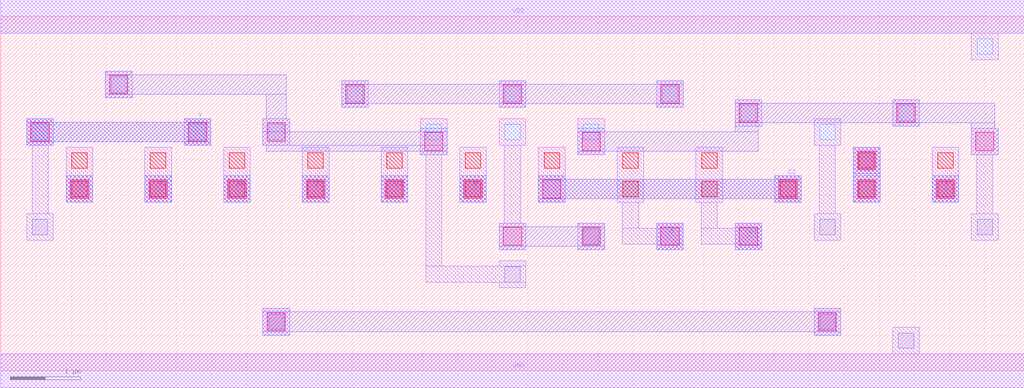
<source format=lef>
MACRO AAAOAOI33311
 CLASS CORE ;
 FOREIGN AAAOAOI33311 0 0 ;
 SIZE 14.56 BY 5.04 ;
 ORIGIN 0 0 ;
 SYMMETRY X Y R90 ;
 SITE unit ;
  PIN VDD
   DIRECTION INOUT ;
   USE POWER ;
   SHAPE ABUTMENT ;
    PORT
     CLASS CORE ;
       LAYER met1 ;
        RECT 0.00000000 4.80000000 14.56000000 5.28000000 ;
    END
  END VDD

  PIN GND
   DIRECTION INOUT ;
   USE POWER ;
   SHAPE ABUTMENT ;
    PORT
     CLASS CORE ;
       LAYER met1 ;
        RECT 0.00000000 -0.24000000 14.56000000 0.24000000 ;
    END
  END GND

  PIN Y
   DIRECTION INOUT ;
   USE SIGNAL ;
   SHAPE ABUTMENT ;
    PORT
     CLASS CORE ;
       LAYER met2 ;
        RECT 0.37000000 3.20700000 0.75000000 3.25700000 ;
        RECT 2.61000000 3.20700000 2.99000000 3.25700000 ;
        RECT 0.37000000 3.25700000 2.99000000 3.53700000 ;
        RECT 0.37000000 3.53700000 0.75000000 3.58700000 ;
        RECT 2.61000000 3.53700000 2.99000000 3.58700000 ;
    END
  END Y

  PIN B
   DIRECTION INOUT ;
   USE SIGNAL ;
   SHAPE ABUTMENT ;
    PORT
     CLASS CORE ;
       LAYER met2 ;
        RECT 6.53000000 2.39700000 6.91000000 2.77700000 ;
    END
  END B

  PIN B2
   DIRECTION INOUT ;
   USE SIGNAL ;
   SHAPE ABUTMENT ;
    PORT
     CLASS CORE ;
       LAYER met2 ;
        RECT 4.29000000 2.39700000 4.67000000 2.77700000 ;
    END
  END B2

  PIN A
   DIRECTION INOUT ;
   USE SIGNAL ;
   SHAPE ABUTMENT ;
    PORT
     CLASS CORE ;
       LAYER met2 ;
        RECT 0.93000000 2.39700000 1.31000000 2.77700000 ;
    END
  END A

  PIN C
   DIRECTION INOUT ;
   USE SIGNAL ;
   SHAPE ABUTMENT ;
    PORT
     CLASS CORE ;
       LAYER met2 ;
        RECT 9.33000000 1.72200000 9.71000000 2.10200000 ;
    END
  END C

  PIN C1
   DIRECTION INOUT ;
   USE SIGNAL ;
   SHAPE ABUTMENT ;
    PORT
     CLASS CORE ;
       LAYER met2 ;
        RECT 10.45000000 1.72200000 10.83000000 2.10200000 ;
    END
  END C1

  PIN E
   DIRECTION INOUT ;
   USE SIGNAL ;
   SHAPE ABUTMENT ;
    PORT
     CLASS CORE ;
       LAYER met2 ;
        RECT 13.25000000 2.39700000 13.63000000 2.77700000 ;
    END
  END E

  PIN D
   DIRECTION INOUT ;
   USE SIGNAL ;
   SHAPE ABUTMENT ;
    PORT
     CLASS CORE ;
       LAYER met2 ;
        RECT 12.13000000 2.39700000 12.51000000 3.18200000 ;
    END
  END D

  PIN C2
   DIRECTION INOUT ;
   USE SIGNAL ;
   SHAPE ABUTMENT ;
    PORT
     CLASS CORE ;
       LAYER met2 ;
        RECT 7.65000000 2.39700000 8.03000000 2.44700000 ;
        RECT 11.01000000 2.39700000 11.39000000 2.44700000 ;
        RECT 7.65000000 2.44700000 11.39000000 2.72700000 ;
        RECT 7.65000000 2.72700000 8.03000000 2.77700000 ;
        RECT 11.01000000 2.72700000 11.39000000 2.77700000 ;
    END
  END C2

  PIN A2
   DIRECTION INOUT ;
   USE SIGNAL ;
   SHAPE ABUTMENT ;
    PORT
     CLASS CORE ;
       LAYER met2 ;
        RECT 3.17000000 2.39700000 3.55000000 2.77700000 ;
    END
  END A2

  PIN B1
   DIRECTION INOUT ;
   USE SIGNAL ;
   SHAPE ABUTMENT ;
    PORT
     CLASS CORE ;
       LAYER met2 ;
        RECT 5.41000000 2.39700000 5.79000000 2.77700000 ;
    END
  END B1

  PIN A1
   DIRECTION INOUT ;
   USE SIGNAL ;
   SHAPE ABUTMENT ;
    PORT
     CLASS CORE ;
       LAYER met2 ;
        RECT 2.05000000 2.39700000 2.43000000 2.77700000 ;
    END
  END A1

 OBS
    LAYER polycont ;
     RECT 1.01000000 2.47700000 1.23000000 2.69700000 ;
     RECT 2.13000000 2.47700000 2.35000000 2.69700000 ;
     RECT 3.25000000 2.47700000 3.47000000 2.69700000 ;
     RECT 4.37000000 2.47700000 4.59000000 2.69700000 ;
     RECT 5.49000000 2.47700000 5.71000000 2.69700000 ;
     RECT 6.61000000 2.47700000 6.83000000 2.69700000 ;
     RECT 8.85000000 2.47700000 9.07000000 2.69700000 ;
     RECT 9.97000000 2.47700000 10.19000000 2.69700000 ;
     RECT 11.09000000 2.47700000 11.31000000 2.69700000 ;
     RECT 12.21000000 2.47700000 12.43000000 2.69700000 ;
     RECT 13.33000000 2.47700000 13.55000000 2.69700000 ;
     RECT 1.01000000 2.88200000 1.23000000 3.10200000 ;
     RECT 2.13000000 2.88200000 2.35000000 3.10200000 ;
     RECT 3.25000000 2.88200000 3.47000000 3.10200000 ;
     RECT 4.37000000 2.88200000 4.59000000 3.10200000 ;
     RECT 5.49000000 2.88200000 5.71000000 3.10200000 ;
     RECT 6.61000000 2.88200000 6.83000000 3.10200000 ;
     RECT 7.73000000 2.88200000 7.95000000 3.10200000 ;
     RECT 8.85000000 2.88200000 9.07000000 3.10200000 ;
     RECT 9.97000000 2.88200000 10.19000000 3.10200000 ;
     RECT 12.21000000 2.88200000 12.43000000 3.10200000 ;
     RECT 13.33000000 2.88200000 13.55000000 3.10200000 ;

    LAYER pdiffc ;
     RECT 0.45000000 3.28700000 0.67000000 3.50700000 ;
     RECT 2.69000000 3.28700000 2.91000000 3.50700000 ;
     RECT 3.81000000 3.28700000 4.03000000 3.50700000 ;
     RECT 6.05000000 3.28700000 6.27000000 3.50700000 ;
     RECT 7.17000000 3.28700000 7.39000000 3.50700000 ;
     RECT 8.29000000 3.28700000 8.51000000 3.50700000 ;
     RECT 11.65000000 3.28700000 11.87000000 3.50700000 ;
     RECT 10.53000000 3.55700000 10.75000000 3.77700000 ;
     RECT 12.77000000 3.55700000 12.99000000 3.77700000 ;
     RECT 4.93000000 3.82700000 5.15000000 4.04700000 ;
     RECT 7.17000000 3.82700000 7.39000000 4.04700000 ;
     RECT 9.41000000 3.82700000 9.63000000 4.04700000 ;
     RECT 1.57000000 3.96200000 1.79000000 4.18200000 ;
     RECT 13.89000000 4.50200000 14.11000000 4.72200000 ;

    LAYER ndiffc ;
     RECT 12.77000000 0.31700000 12.99000000 0.53700000 ;
     RECT 3.81000000 0.58700000 4.03000000 0.80700000 ;
     RECT 11.65000000 0.58700000 11.87000000 0.80700000 ;
     RECT 7.17000000 1.26200000 7.39000000 1.48200000 ;
     RECT 8.29000000 1.80200000 8.51000000 2.02200000 ;
     RECT 0.45000000 1.93700000 0.67000000 2.15700000 ;
     RECT 11.65000000 1.93700000 11.87000000 2.15700000 ;
     RECT 13.89000000 1.93700000 14.11000000 2.15700000 ;

    LAYER met1 ;
     RECT 0.00000000 -0.24000000 14.56000000 0.24000000 ;
     RECT 12.69000000 0.24000000 13.07000000 0.61700000 ;
     RECT 3.73000000 0.50700000 4.11000000 0.88700000 ;
     RECT 11.57000000 0.50700000 11.95000000 0.88700000 ;
     RECT 8.21000000 1.72200000 8.59000000 2.10200000 ;
     RECT 11.01000000 2.39700000 11.39000000 2.77700000 ;
     RECT 12.13000000 2.39700000 12.51000000 2.77700000 ;
     RECT 0.93000000 2.39700000 1.31000000 3.18200000 ;
     RECT 2.05000000 2.39700000 2.43000000 3.18200000 ;
     RECT 3.17000000 2.39700000 3.55000000 3.18200000 ;
     RECT 4.29000000 2.39700000 4.67000000 3.18200000 ;
     RECT 5.41000000 2.39700000 5.79000000 3.18200000 ;
     RECT 6.53000000 2.39700000 6.91000000 3.18200000 ;
     RECT 7.65000000 2.39700000 8.03000000 3.18200000 ;
     RECT 9.33000000 1.72200000 9.71000000 1.79700000 ;
     RECT 8.84500000 1.79700000 9.71000000 2.02700000 ;
     RECT 9.33000000 2.02700000 9.71000000 2.10200000 ;
     RECT 8.84500000 2.02700000 9.07500000 2.39700000 ;
     RECT 8.77000000 2.39700000 9.15000000 3.18200000 ;
     RECT 10.45000000 1.72200000 10.83000000 1.79700000 ;
     RECT 9.96500000 1.79700000 10.83000000 2.02700000 ;
     RECT 10.45000000 2.02700000 10.83000000 2.10200000 ;
     RECT 9.96500000 2.02700000 10.19500000 2.39700000 ;
     RECT 9.89000000 2.39700000 10.27000000 3.18200000 ;
     RECT 12.13000000 2.80200000 12.51000000 3.18200000 ;
     RECT 13.25000000 2.39700000 13.63000000 3.18200000 ;
     RECT 13.81000000 1.85700000 14.19000000 2.23700000 ;
     RECT 13.88500000 2.23700000 14.11500000 3.07200000 ;
     RECT 13.81000000 3.07200000 14.19000000 3.45200000 ;
     RECT 0.37000000 1.85700000 0.75000000 2.23700000 ;
     RECT 0.44500000 2.23700000 0.67500000 3.20700000 ;
     RECT 0.37000000 3.20700000 0.75000000 3.58700000 ;
     RECT 2.61000000 3.20700000 2.99000000 3.58700000 ;
     RECT 3.73000000 3.20700000 4.11000000 3.58700000 ;
     RECT 7.09000000 1.18200000 7.47000000 1.25700000 ;
     RECT 6.04500000 1.25700000 7.47000000 1.48700000 ;
     RECT 7.09000000 1.48700000 7.47000000 1.56200000 ;
     RECT 6.04500000 1.48700000 6.27500000 3.07200000 ;
     RECT 5.97000000 3.07200000 6.35000000 3.58700000 ;
     RECT 7.09000000 1.72200000 7.47000000 2.10200000 ;
     RECT 7.16500000 2.10200000 7.39500000 3.20700000 ;
     RECT 7.09000000 3.20700000 7.47000000 3.58700000 ;
     RECT 8.21000000 3.07200000 8.59000000 3.58700000 ;
     RECT 11.57000000 1.85700000 11.95000000 2.23700000 ;
     RECT 11.64500000 2.23700000 11.87500000 3.20700000 ;
     RECT 11.57000000 3.20700000 11.95000000 3.58700000 ;
     RECT 10.45000000 3.47700000 10.83000000 3.85700000 ;
     RECT 12.69000000 3.47700000 13.07000000 3.85700000 ;
     RECT 4.85000000 3.74700000 5.23000000 4.12700000 ;
     RECT 7.09000000 3.74700000 7.47000000 4.12700000 ;
     RECT 9.33000000 3.74700000 9.71000000 4.12700000 ;
     RECT 1.49000000 3.88200000 1.87000000 4.26200000 ;
     RECT 13.81000000 4.42200000 14.19000000 4.80000000 ;
     RECT 0.00000000 4.80000000 14.56000000 5.28000000 ;

    LAYER via1 ;
     RECT 3.79000000 0.56700000 4.05000000 0.82700000 ;
     RECT 11.63000000 0.56700000 11.89000000 0.82700000 ;
     RECT 7.15000000 1.78200000 7.41000000 2.04200000 ;
     RECT 8.27000000 1.78200000 8.53000000 2.04200000 ;
     RECT 9.39000000 1.78200000 9.65000000 2.04200000 ;
     RECT 10.51000000 1.78200000 10.77000000 2.04200000 ;
     RECT 0.99000000 2.45700000 1.25000000 2.71700000 ;
     RECT 2.11000000 2.45700000 2.37000000 2.71700000 ;
     RECT 3.23000000 2.45700000 3.49000000 2.71700000 ;
     RECT 4.35000000 2.45700000 4.61000000 2.71700000 ;
     RECT 5.47000000 2.45700000 5.73000000 2.71700000 ;
     RECT 6.59000000 2.45700000 6.85000000 2.71700000 ;
     RECT 7.71000000 2.45700000 7.97000000 2.71700000 ;
     RECT 11.07000000 2.45700000 11.33000000 2.71700000 ;
     RECT 12.19000000 2.45700000 12.45000000 2.71700000 ;
     RECT 13.31000000 2.45700000 13.57000000 2.71700000 ;
     RECT 12.19000000 2.86200000 12.45000000 3.12200000 ;
     RECT 6.03000000 3.13200000 6.29000000 3.39200000 ;
     RECT 8.27000000 3.13200000 8.53000000 3.39200000 ;
     RECT 13.87000000 3.13200000 14.13000000 3.39200000 ;
     RECT 0.43000000 3.26700000 0.69000000 3.52700000 ;
     RECT 2.67000000 3.26700000 2.93000000 3.52700000 ;
     RECT 3.79000000 3.26700000 4.05000000 3.52700000 ;
     RECT 10.51000000 3.53700000 10.77000000 3.79700000 ;
     RECT 12.75000000 3.53700000 13.01000000 3.79700000 ;
     RECT 4.91000000 3.80700000 5.17000000 4.06700000 ;
     RECT 7.15000000 3.80700000 7.41000000 4.06700000 ;
     RECT 9.39000000 3.80700000 9.65000000 4.06700000 ;
     RECT 1.55000000 3.94200000 1.81000000 4.20200000 ;

    LAYER met2 ;
     RECT 3.73000000 0.50700000 4.11000000 0.55700000 ;
     RECT 11.57000000 0.50700000 11.95000000 0.55700000 ;
     RECT 3.73000000 0.55700000 11.95000000 0.83700000 ;
     RECT 3.73000000 0.83700000 4.11000000 0.88700000 ;
     RECT 11.57000000 0.83700000 11.95000000 0.88700000 ;
     RECT 7.09000000 1.72200000 7.47000000 1.77200000 ;
     RECT 8.21000000 1.72200000 8.59000000 1.77200000 ;
     RECT 7.09000000 1.77200000 8.59000000 2.05200000 ;
     RECT 7.09000000 2.05200000 7.47000000 2.10200000 ;
     RECT 8.21000000 2.05200000 8.59000000 2.10200000 ;
     RECT 9.33000000 1.72200000 9.71000000 2.10200000 ;
     RECT 10.45000000 1.72200000 10.83000000 2.10200000 ;
     RECT 0.93000000 2.39700000 1.31000000 2.77700000 ;
     RECT 2.05000000 2.39700000 2.43000000 2.77700000 ;
     RECT 3.17000000 2.39700000 3.55000000 2.77700000 ;
     RECT 4.29000000 2.39700000 4.67000000 2.77700000 ;
     RECT 5.41000000 2.39700000 5.79000000 2.77700000 ;
     RECT 6.53000000 2.39700000 6.91000000 2.77700000 ;
     RECT 7.65000000 2.39700000 8.03000000 2.44700000 ;
     RECT 11.01000000 2.39700000 11.39000000 2.44700000 ;
     RECT 7.65000000 2.44700000 11.39000000 2.72700000 ;
     RECT 7.65000000 2.72700000 8.03000000 2.77700000 ;
     RECT 11.01000000 2.72700000 11.39000000 2.77700000 ;
     RECT 13.25000000 2.39700000 13.63000000 2.77700000 ;
     RECT 12.13000000 2.39700000 12.51000000 3.18200000 ;
     RECT 0.37000000 3.20700000 0.75000000 3.25700000 ;
     RECT 2.61000000 3.20700000 2.99000000 3.25700000 ;
     RECT 0.37000000 3.25700000 2.99000000 3.53700000 ;
     RECT 0.37000000 3.53700000 0.75000000 3.58700000 ;
     RECT 2.61000000 3.53700000 2.99000000 3.58700000 ;
     RECT 8.21000000 3.07200000 8.59000000 3.12200000 ;
     RECT 8.21000000 3.12200000 10.78000000 3.40200000 ;
     RECT 8.21000000 3.40200000 8.59000000 3.45200000 ;
     RECT 13.81000000 3.07200000 14.19000000 3.45200000 ;
     RECT 10.45000000 3.40200000 10.78000000 3.47700000 ;
     RECT 10.45000000 3.47700000 10.83000000 3.52700000 ;
     RECT 12.69000000 3.47700000 13.07000000 3.52700000 ;
     RECT 13.81000000 3.45200000 14.14000000 3.52700000 ;
     RECT 10.45000000 3.52700000 14.14000000 3.80700000 ;
     RECT 10.45000000 3.80700000 10.83000000 3.85700000 ;
     RECT 12.69000000 3.80700000 13.07000000 3.85700000 ;
     RECT 4.85000000 3.74700000 5.23000000 3.79700000 ;
     RECT 7.09000000 3.74700000 7.47000000 3.79700000 ;
     RECT 9.33000000 3.74700000 9.71000000 3.79700000 ;
     RECT 4.85000000 3.79700000 9.71000000 4.07700000 ;
     RECT 4.85000000 4.07700000 5.23000000 4.12700000 ;
     RECT 7.09000000 4.07700000 7.47000000 4.12700000 ;
     RECT 9.33000000 4.07700000 9.71000000 4.12700000 ;
     RECT 5.97000000 3.07200000 6.35000000 3.12200000 ;
     RECT 3.78000000 3.12200000 6.35000000 3.20700000 ;
     RECT 3.73000000 3.20700000 6.35000000 3.40200000 ;
     RECT 5.97000000 3.40200000 6.35000000 3.45200000 ;
     RECT 3.73000000 3.40200000 4.11000000 3.58700000 ;
     RECT 1.49000000 3.88200000 1.87000000 3.93200000 ;
     RECT 3.78000000 3.58700000 4.06000000 3.93200000 ;
     RECT 1.49000000 3.93200000 4.06000000 4.21200000 ;
     RECT 1.49000000 4.21200000 1.87000000 4.26200000 ;

 END
END AAAOAOI33311

</source>
